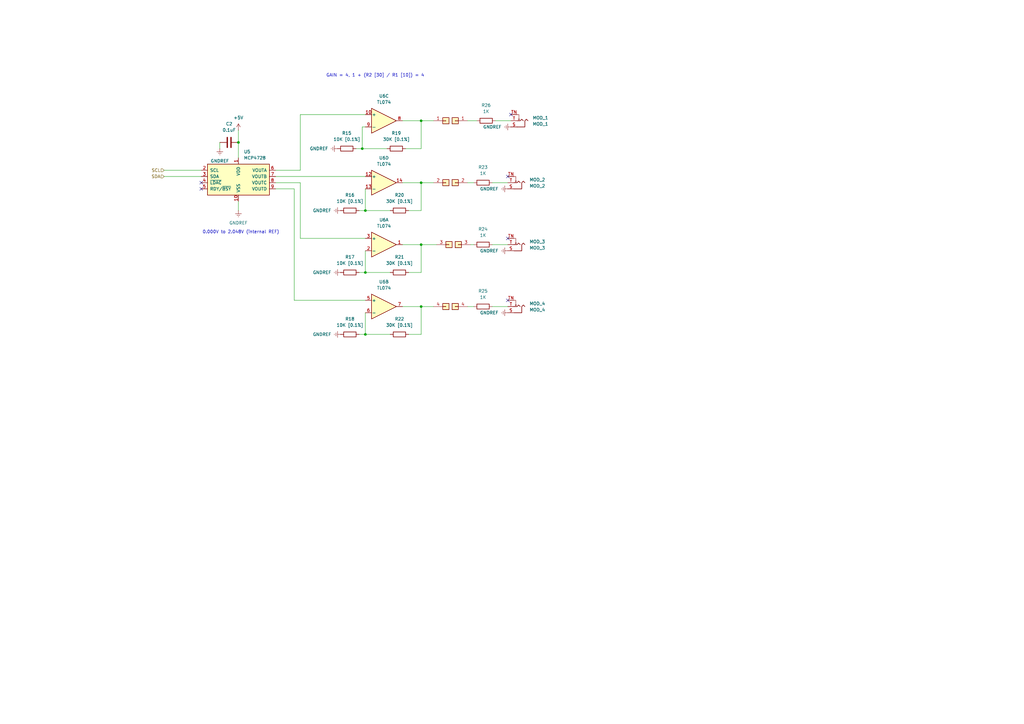
<source format=kicad_sch>
(kicad_sch (version 20231120) (generator "eeschema") (generator_version "8.0")
  (paper "A3")
  (title_block (title "midas_mod-wheel") (date "2024-10-20") (rev "1") (company "Lentronics"))
  (lib_symbols
    (symbol "Amplifier_Operational:TL074" (pin_names (offset 0.127))
      (property "Reference" "U" (at 0 5.08 0))
      (property "Value" "TL074" (at 0 -5.08 0))
      (symbol "TL074_1_1"
        (polyline (pts (xy -5.08 5.08) (xy 5.08 0) (xy -5.08 -5.08) (xy -5.08 5.08)) (stroke (width 0.254)) (fill (type background)))
        (pin output line (at 7.62 0 180) (length 2.54) (name "~") (number "1"))
        (pin input line (at -7.62 -2.54 0) (length 2.54) (name "-") (number "2"))
        (pin input line (at -7.62 2.54 0) (length 2.54) (name "+") (number "3"))
      )
      (symbol "TL074_2_1"
        (polyline (pts (xy -5.08 5.08) (xy 5.08 0) (xy -5.08 -5.08) (xy -5.08 5.08)) (stroke (width 0.254)) (fill (type background)))
        (pin input line (at -7.62 2.54 0) (length 2.54) (name "+") (number "5"))
        (pin input line (at -7.62 -2.54 0) (length 2.54) (name "-") (number "6"))
        (pin output line (at 7.62 0 180) (length 2.54) (name "~") (number "7"))
      )
      (symbol "TL074_3_1"
        (polyline (pts (xy -5.08 5.08) (xy 5.08 0) (xy -5.08 -5.08) (xy -5.08 5.08)) (stroke (width 0.254)) (fill (type background)))
        (pin input line (at -7.62 2.54 0) (length 2.54) (name "+") (number "10"))
        (pin output line (at 7.62 0 180) (length 2.54) (name "~") (number "8"))
        (pin input line (at -7.62 -2.54 0) (length 2.54) (name "-") (number "9"))
      )
      (symbol "TL074_4_1"
        (polyline (pts (xy -5.08 5.08) (xy 5.08 0) (xy -5.08 -5.08) (xy -5.08 5.08)) (stroke (width 0.254)) (fill (type background)))
        (pin input line (at -7.62 2.54 0) (length 2.54) (name "+") (number "12"))
        (pin input line (at -7.62 -2.54 0) (length 2.54) (name "-") (number "13"))
        (pin output line (at 7.62 0 180) (length 2.54) (name "~") (number "14"))
      )
      (symbol "TL074_5_1"
        (pin power_in line (at -2.54 -7.62 90) (length 3.81) (name "V-") (number "11"))
        (pin power_in line (at -2.54 7.62 270) (length 3.81) (name "V+") (number "4"))
      )
    )
    (symbol "Analog_DAC:MCP4728" (pin_names (offset 1.016))
      (property "Reference" "U" (at -12.7 6.35 0))
      (property "Value" "MCP4728" (at 12.7 6.35 0))
      (symbol "MCP4728_0_1"
        (rectangle (start -12.7 5.08) (end 12.7 -7.62) (stroke (width 0.254)) (fill (type background)))
      )
      (symbol "MCP4728_1_1"
        (pin power_in line (at 0 7.62 270) (length 2.54) (name "VDD") (number "1"))
        (pin power_in line (at 0 -10.16 90) (length 2.54) (name "VSS") (number "10"))
        (pin input line (at -15.24 2.54 0) (length 2.54) (name "SCL") (number "2"))
        (pin bidirectional line (at -15.24 0 0) (length 2.54) (name "SDA") (number "3"))
        (pin input line (at -15.24 -2.54 0) (length 2.54) (name "~{LDAC}") (number "4"))
        (pin output line (at -15.24 -5.08 0) (length 2.54) (name "RDY/~{BSY}") (number "5"))
        (pin output line (at 15.24 2.54 180) (length 2.54) (name "VOUTA") (number "6"))
        (pin output line (at 15.24 0 180) (length 2.54) (name "VOUTB") (number "7"))
        (pin output line (at 15.24 -2.54 180) (length 2.54) (name "VOUTC") (number "8"))
        (pin output line (at 15.24 -5.08 180) (length 2.54) (name "VOUTD") (number "9"))
      )
    )
    (symbol "Device:C" (pin_numbers hide) (pin_names (offset 0.254))
      (property "Reference" "C" (at 0.635 2.54 0))
      (property "Value" "C" (at 0.635 -2.54 0))
      (symbol "C_0_1"
        (polyline (pts (xy -2.032 -0.762) (xy 2.032 -0.762)) (stroke (width 0.508)))
        (polyline (pts (xy -2.032 0.762) (xy 2.032 0.762)) (stroke (width 0.508)))
      )
      (symbol "C_1_1"
        (pin passive line (at 0 3.81 270) (length 2.794) (name "~") (number "1"))
        (pin passive line (at 0 -3.81 90) (length 2.794) (name "~") (number "2"))
      )
    )
    (symbol "Device:R" (pin_numbers hide) (pin_names (offset 0))
      (property "Reference" "R" (at 2.032 0 90))
      (property "Value" "R" (at 0 0 90))
      (symbol "R_0_1"
        (rectangle (start -1.016 -2.54) (end 1.016 2.54) (stroke (width 0.254)))
      )
      (symbol "R_1_1"
        (pin passive line (at 0 3.81 270) (length 1.27) (name "~") (number "1"))
        (pin passive line (at 0 -3.81 90) (length 1.27) (name "~") (number "2"))
      )
    )
    (symbol "power:+5V" (power) (pin_numbers hide) (pin_names (offset 0) hide)
      (property "Value" "+5V" (at 0 3.556 0))
      (symbol "+5V_0_1"
        (polyline (pts (xy -0.762 1.27) (xy 0 2.54)))
        (polyline (pts (xy 0 0) (xy 0 2.54)))
        (polyline (pts (xy 0 2.54) (xy 0.762 1.27)))
      )
      (symbol "+5V_1_1"
        (pin power_in line (at 0 0 90) (length 0) (name "~") (number "1"))
      )
    )
    (symbol "power:GNDREF" (power) (pin_numbers hide) (pin_names (offset 0) hide)
      (property "Value" "GNDREF" (at 0 -3.81 0))
      (symbol "GNDREF_0_1"
        (polyline (pts (xy -0.635 -1.905) (xy 0.635 -1.905)))
        (polyline (pts (xy -0.127 -2.54) (xy 0.127 -2.54)))
        (polyline (pts (xy 0 -1.27) (xy 0 0)))
        (polyline (pts (xy 1.27 -1.27) (xy -1.27 -1.27)))
      )
      (symbol "GNDREF_1_1"
        (pin power_in line (at 0 0 270) (length 0) (name "~") (number "1"))
      )
    )
    (symbol "synth:AudioJack_Mono_3.5mm"
      (property "Reference" "J" (at 0 8.89 0))
      (property "Value" "AudioJack_Mono_3.5mm" (at 0 6.35 0))
      (symbol "AudioJack_Mono_3.5mm_0_1"
        (polyline (pts (xy 1.778 -0.254) (xy 2.032 -0.762)))
        (polyline (pts (xy 0 0) (xy 0.635 -0.635) (xy 1.27 0) (xy 2.54 0)) (stroke (width 0.254)))
        (polyline (pts (xy 2.54 -2.54) (xy 1.778 -2.54) (xy 1.778 -0.254) (xy 1.524 -0.762)))
        (polyline (pts (xy 2.54 2.54) (xy -0.635 2.54) (xy -0.635 0) (xy -1.27 -0.635) (xy -1.905 0)) (stroke (width 0.254)))
      )
      (symbol "AudioJack_Mono_3.5mm_1_1"
        (pin passive line (at 5.08 2.54 180) (length 2.54) (name "~") (number "S"))
        (pin passive line (at 5.08 0 180) (length 2.54) (name "~") (number "T"))
        (pin passive line (at 5.08 -2.54 180) (length 2.54) (name "~") (number "TN"))
      )
    )
    (symbol "synth:PinHeader_01x04" (pin_names (offset 1.016) hide)
      (property "Reference" "H" (at 0 2.54 0))
      (property "Value" "PinHeader_01x04" (at 0 -2.54 0))
      (symbol "PinHeader_01x04_1_1"
        (rectangle (start -1.27 0.127) (end 0 -0.127) (stroke (width 0.1524)))
        (rectangle (start -1.27 1.27) (end 1.27 -1.27) (stroke (width 0.254)) (fill (type background)))
        (pin passive line (at -5.08 0 0) (length 3.81) (name "Pin_1") (number "1"))
      )
      (symbol "PinHeader_01x04_2_1"
        (rectangle (start -1.27 0.127) (end 0 -0.127) (stroke (width 0.1524)))
        (rectangle (start -1.27 1.27) (end 1.27 -1.27) (stroke (width 0.254)) (fill (type background)))
        (pin passive line (at -5.08 0 0) (length 3.81) (name "Pin_2") (number "2"))
      )
      (symbol "PinHeader_01x04_3_1"
        (rectangle (start -1.27 0.127) (end 0 -0.127) (stroke (width 0.1524)))
        (rectangle (start -1.27 1.27) (end 1.27 -1.27) (stroke (width 0.254)) (fill (type background)))
        (pin passive line (at -5.08 0 0) (length 3.81) (name "Pin_3") (number "3"))
      )
      (symbol "PinHeader_01x04_4_1"
        (rectangle (start -1.27 0.127) (end 0 -0.127) (stroke (width 0.1524)))
        (rectangle (start -1.27 1.27) (end 1.27 -1.27) (stroke (width 0.254)) (fill (type background)))
        (pin passive line (at -5.08 0 0) (length 3.81) (name "Pin_4") (number "4"))
      )
    )
    (symbol "synth:PinSocket_01x04" (pin_names (offset 1.016) hide)
      (property "Reference" "H" (at 0 2.54 0))
      (property "Value" "PinSocket_01x04" (at 0 -2.54 0))
      (symbol "PinSocket_01x04_1_1"
        (rectangle (start -1.27 0.127) (end 0 -0.127) (stroke (width 0.1524)))
        (rectangle (start -1.27 1.27) (end 1.27 -1.27) (stroke (width 0.254)) (fill (type background)))
        (pin passive line (at -5.08 0 0) (length 3.81) (name "Pin_1") (number "1"))
      )
      (symbol "PinSocket_01x04_2_1"
        (rectangle (start -1.27 0.127) (end 0 -0.127) (stroke (width 0.1524)))
        (rectangle (start -1.27 1.27) (end 1.27 -1.27) (stroke (width 0.254)) (fill (type background)))
        (pin passive line (at -5.08 0 0) (length 3.81) (name "Pin_2") (number "2"))
      )
      (symbol "PinSocket_01x04_3_1"
        (rectangle (start -1.27 0.127) (end 0 -0.127) (stroke (width 0.1524)))
        (rectangle (start -1.27 1.27) (end 1.27 -1.27) (stroke (width 0.254)) (fill (type background)))
        (pin passive line (at -5.08 0 0) (length 3.81) (name "Pin_3") (number "3"))
      )
      (symbol "PinSocket_01x04_4_1"
        (rectangle (start -1.27 0.127) (end 0 -0.127) (stroke (width 0.1524)))
        (rectangle (start -1.27 1.27) (end 1.27 -1.27) (stroke (width 0.254)) (fill (type background)))
        (pin passive line (at -5.08 0 0) (length 3.81) (name "Pin_4") (number "4"))
      )
    )
  )
  (junction (at 172.72 49.53))
  (junction (at 149.86 86.36))
  (junction (at 149.86 137.16))
  (junction (at 97.79 58.42))
  (junction (at 172.72 74.93))
  (junction (at 172.72 100.33))
  (junction (at 149.86 111.76))
  (junction (at 148.59 60.96))
  (junction (at 172.72 125.73))
  (no_connect (at 209.55 46.99))
  (no_connect (at 208.28 72.39))
  (no_connect (at 208.28 97.79))
  (no_connect (at 82.55 77.47))
  (no_connect (at 208.28 123.19))
  (no_connect (at 82.55 74.93))
  (wire (pts (xy 172.72 60.96) (xy 166.37 60.96)))
  (wire (pts (xy 113.03 72.39) (xy 149.86 72.39)))
  (wire (pts (xy 201.93 74.93) (xy 208.28 74.93)))
  (wire (pts (xy 191.77 49.53) (xy 195.58 49.53)))
  (wire (pts (xy 172.72 111.76) (xy 167.64 111.76)))
  (wire (pts (xy 149.86 111.76) (xy 160.02 111.76)))
  (wire (pts (xy 97.79 58.42) (xy 97.79 64.77)))
  (wire (pts (xy 113.03 74.93) (xy 123.19 74.93)))
  (wire (pts (xy 165.1 100.33) (xy 172.72 100.33)))
  (wire (pts (xy 172.72 125.73) (xy 177.8 125.73)))
  (wire (pts (xy 172.72 125.73) (xy 172.72 137.16)))
  (wire (pts (xy 148.59 52.07) (xy 149.86 52.07)))
  (wire (pts (xy 165.1 125.73) (xy 172.72 125.73)))
  (wire (pts (xy 149.86 137.16) (xy 160.02 137.16)))
  (wire (pts (xy 203.2 49.53) (xy 209.55 49.53)))
  (wire (pts (xy 90.17 58.42) (xy 90.17 60.96)))
  (wire (pts (xy 148.59 60.96) (xy 148.59 52.07)))
  (wire (pts (xy 123.19 69.85) (xy 123.19 46.99)))
  (wire (pts (xy 120.65 77.47) (xy 120.65 123.19)))
  (wire (pts (xy 147.32 111.76) (xy 149.86 111.76)))
  (wire (pts (xy 146.05 60.96) (xy 148.59 60.96)))
  (wire (pts (xy 191.77 74.93) (xy 194.31 74.93)))
  (wire (pts (xy 120.65 123.19) (xy 149.86 123.19)))
  (wire (pts (xy 123.19 97.79) (xy 149.86 97.79)))
  (wire (pts (xy 148.59 60.96) (xy 158.75 60.96)))
  (wire (pts (xy 149.86 111.76) (xy 149.86 102.87)))
  (wire (pts (xy 123.19 74.93) (xy 123.19 97.79)))
  (wire (pts (xy 172.72 74.93) (xy 177.8 74.93)))
  (wire (pts (xy 172.72 86.36) (xy 167.64 86.36)))
  (wire (pts (xy 149.86 86.36) (xy 149.86 77.47)))
  (wire (pts (xy 172.72 137.16) (xy 167.64 137.16)))
  (wire (pts (xy 149.86 86.36) (xy 160.02 86.36)))
  (wire (pts (xy 165.1 74.93) (xy 172.72 74.93)))
  (wire (pts (xy 201.93 125.73) (xy 208.28 125.73)))
  (wire (pts (xy 67.31 72.39) (xy 82.55 72.39)))
  (wire (pts (xy 113.03 77.47) (xy 120.65 77.47)))
  (wire (pts (xy 97.79 53.34) (xy 97.79 58.42)))
  (wire (pts (xy 97.79 86.36) (xy 97.79 82.55)))
  (wire (pts (xy 172.72 100.33) (xy 172.72 111.76)))
  (wire (pts (xy 201.93 100.33) (xy 208.28 100.33)))
  (wire (pts (xy 165.1 49.53) (xy 172.72 49.53)))
  (wire (pts (xy 172.72 49.53) (xy 177.8 49.53)))
  (wire (pts (xy 147.32 137.16) (xy 149.86 137.16)))
  (wire (pts (xy 172.72 49.53) (xy 172.72 60.96)))
  (wire (pts (xy 147.32 86.36) (xy 149.86 86.36)))
  (wire (pts (xy 191.77 125.73) (xy 194.31 125.73)))
  (wire (pts (xy 193.04 100.33) (xy 194.31 100.33)))
  (wire (pts (xy 67.31 69.85) (xy 82.55 69.85)))
  (wire (pts (xy 113.03 69.85) (xy 123.19 69.85)))
  (wire (pts (xy 172.72 100.33) (xy 179.07 100.33)))
  (wire (pts (xy 149.86 137.16) (xy 149.86 128.27)))
  (wire (pts (xy 172.72 74.93) (xy 172.72 86.36)))
  (wire (pts (xy 123.19 46.99) (xy 149.86 46.99)))
  (text "GAIN = 4, 1 + (R2 [30] / R1 [10]) = 4" (at 153.924 30.988 0) (effects (font (size 1.27 1.27))))
  (text "0.000V to 2.048V (internal REF)" (at 98.806 95.25 0) (effects (font (size 1.27 1.27))))
  (hierarchical_label "SDA" (shape input) (at 67.31 72.39 180))
  (hierarchical_label "SCL" (shape input) (at 67.31 69.85 180))
  (symbol (lib_id "synth:PinSocket_01x04") (at 184.15 100.33 0) (unit 3)
    (property "Reference" "H5" (effects (hide yes)))
    (property "Value" "PinSocket_01x04" (effects (hide yes)))
    (property "Footprint" "Synth:PinSocket_1x04_P2.54mm_Vertical" (effects (hide yes)))
    (property "Description" "Generic connector, single row, 01x01, script generated (kicad-library-utils/schlib/autogen/connector/)" (effects (hide yes)))
  )
  (symbol (lib_id "Device:R") (at 199.39 49.53 90) (unit 1)
    (property "Reference" "R26" (at 199.39 43.18 90))
    (property "Value" "1K" (at 199.39 45.72 90))
    (property "Footprint" "Resistor_SMD:R_0805_2012Metric_Pad1.20x1.40mm_HandSolder" (effects (hide yes)))
    (property "Description" "Resistor" (effects (hide yes)))
  )
  (symbol (lib_id "power:GNDREF") (at 208.28 128.27 270) (unit 1)
    (property "Reference" "#PWR030" (effects (hide yes)))
    (property "Value" "GNDREF" (at 204.47 128.2699 90) (effects (justify right)))
    (property "Description" "Power symbol creates a global label with name \"GNDREF\" , reference supply ground" (effects (hide yes)))
  )
  (symbol (lib_id "synth:PinSocket_01x04") (at 182.88 125.73 0) (unit 4)
    (property "Reference" "H5" (effects (hide yes)))
    (property "Value" "PinSocket_01x04" (effects (hide yes)))
    (property "Footprint" "Synth:PinSocket_1x04_P2.54mm_Vertical" (effects (hide yes)))
    (property "Description" "Generic connector, single row, 01x01, script generated (kicad-library-utils/schlib/autogen/connector/)" (effects (hide yes)))
  )
  (symbol (lib_id "synth:AudioJack_Mono_3.5mm") (at 214.63 49.53 180) (unit 1)
    (property "Reference" "MOD_1" (at 218.44 48.3234 0) (effects (justify right)))
    (property "Value" "MOD_1" (at 218.44 50.8634 0) (effects (justify right)))
    (property "Footprint" "Synth:Jack_3.5mm_QingPu_WQP-PJ398SM_Vertical_CircularHoles" (effects (hide yes)))
    (property "Description" "Audio Jack, 2 Poles (Mono / TS), Switched T Pole (Normalling)" (effects (hide yes)))
  )
  (symbol (lib_id "power:GNDREF") (at 208.28 77.47 270) (unit 1)
    (property "Reference" "#PWR028" (effects (hide yes)))
    (property "Value" "GNDREF" (at 204.47 77.4699 90) (effects (justify right)))
    (property "Description" "Power symbol creates a global label with name \"GNDREF\" , reference supply ground" (effects (hide yes)))
  )
  (symbol (lib_id "Device:R") (at 163.83 86.36 90) (unit 1)
    (property "Reference" "R20" (at 163.83 80.01 90))
    (property "Value" "30K [0.1%]" (at 163.83 82.55 90))
    (property "Footprint" "Resistor_SMD:R_0805_2012Metric_Pad1.20x1.40mm_HandSolder" (effects (hide yes)))
    (property "Description" "Resistor" (effects (hide yes)))
  )
  (symbol (lib_id "synth:PinHeader_01x04") (at 186.69 125.73 180) (unit 4)
    (property "Reference" "H6" (effects (hide yes)))
    (property "Value" "PinHeader_01x04" (effects (hide yes)))
    (property "Footprint" "Synth:PinHeader_1x04_P2.54mm_Vertical" (effects (hide yes)))
    (property "Description" "Generic connector, single row, 01x01, script generated (kicad-library-utils/schlib/autogen/connector/)" (effects (hide yes)))
  )
  (symbol (lib_id "synth:PinHeader_01x04") (at 186.69 74.93 180) (unit 2)
    (property "Reference" "H6" (effects (hide yes)))
    (property "Value" "PinHeader_01x04" (effects (hide yes)))
    (property "Footprint" "Synth:PinHeader_1x04_P2.54mm_Vertical" (effects (hide yes)))
    (property "Description" "Generic connector, single row, 01x01, script generated (kicad-library-utils/schlib/autogen/connector/)" (effects (hide yes)))
  )
  (symbol (lib_id "power:GNDREF") (at 209.55 52.07 270) (unit 1)
    (property "Reference" "#PWR031" (effects (hide yes)))
    (property "Value" "GNDREF" (at 205.74 52.0699 90) (effects (justify right)))
    (property "Description" "Power symbol creates a global label with name \"GNDREF\" , reference supply ground" (effects (hide yes)))
  )
  (symbol (lib_id "synth:AudioJack_Mono_3.5mm") (at 213.36 74.93 180) (unit 1)
    (property "Reference" "MOD_2" (at 217.17 73.7234 0) (effects (justify right)))
    (property "Value" "MOD_2" (at 217.17 76.2634 0) (effects (justify right)))
    (property "Footprint" "Synth:Jack_3.5mm_QingPu_WQP-PJ398SM_Vertical_CircularHoles" (effects (hide yes)))
    (property "Description" "Audio Jack, 2 Poles (Mono / TS), Switched T Pole (Normalling)" (effects (hide yes)))
  )
  (symbol (lib_id "Device:R") (at 163.83 137.16 90) (unit 1)
    (property "Reference" "R22" (at 163.83 130.81 90))
    (property "Value" "30K [0.1%]" (at 163.83 133.35 90))
    (property "Footprint" "Resistor_SMD:R_0805_2012Metric_Pad1.20x1.40mm_HandSolder" (effects (hide yes)))
    (property "Description" "Resistor" (effects (hide yes)))
  )
  (symbol (lib_id "Device:R") (at 143.51 137.16 90) (unit 1)
    (property "Reference" "R18" (at 143.51 130.81 90))
    (property "Value" "10K [0.1%]" (at 143.51 133.35 90))
    (property "Footprint" "Resistor_SMD:R_0805_2012Metric_Pad1.20x1.40mm_HandSolder" (effects (hide yes)))
    (property "Description" "Resistor" (effects (hide yes)))
  )
  (symbol (lib_id "power:GNDREF") (at 139.7 86.36 270) (unit 1)
    (property "Reference" "#PWR025" (effects (hide yes)))
    (property "Value" "GNDREF" (at 135.89 86.3599 90) (effects (justify right)))
    (property "Description" "Power symbol creates a global label with name \"GNDREF\" , reference supply ground" (effects (hide yes)))
  )
  (symbol (lib_id "Device:C") (at 93.98 58.42 90) (unit 1)
    (property "Reference" "C2" (at 93.98 50.8 90))
    (property "Value" "0.1uF" (at 93.98 53.34 90))
    (property "Footprint" "Capacitor_SMD:C_0805_2012Metric_Pad1.18x1.45mm_HandSolder" (effects (hide yes)))
    (property "Description" "Unpolarized capacitor" (effects (hide yes)))
  )
  (symbol (lib_id "synth:PinHeader_01x04") (at 186.69 49.53 180) (unit 1)
    (property "Reference" "H6" (effects (hide yes)))
    (property "Value" "PinHeader_01x04" (effects (hide yes)))
    (property "Footprint" "Synth:PinHeader_1x04_P2.54mm_Vertical" (effects (hide yes)))
    (property "Description" "Generic connector, single row, 01x01, script generated (kicad-library-utils/schlib/autogen/connector/)" (effects (hide yes)))
  )
  (symbol (lib_id "Device:R") (at 142.24 60.96 90) (unit 1)
    (property "Reference" "R15" (at 142.24 54.61 90))
    (property "Value" "10K [0.1%]" (at 142.24 57.15 90))
    (property "Footprint" "Resistor_SMD:R_0805_2012Metric_Pad1.20x1.40mm_HandSolder" (effects (hide yes)))
    (property "Description" "Resistor" (effects (hide yes)))
  )
  (symbol (lib_id "Amplifier_Operational:TL074") (at 157.48 125.73 0) (unit 2)
    (property "Reference" "U6" (at 157.48 115.57 0))
    (property "Value" "TL074" (at 157.48 118.11 0))
    (property "Footprint" "Package_SO:SOIC-14_3.9x8.7mm_P1.27mm" (effects (hide yes)))
    (property "Datasheet" "http://www.ti.com/lit/ds/symlink/tl071.pdf" (effects (hide yes)))
    (property "Description" "Quad Low-Noise JFET-Input Operational Amplifiers, DIP-14/SOIC-14" (effects (hide yes)))
  )
  (symbol (lib_id "synth:PinSocket_01x04") (at 182.88 49.53 0) (unit 1)
    (property "Reference" "H5" (effects (hide yes)))
    (property "Value" "PinSocket_01x04" (effects (hide yes)))
    (property "Footprint" "Synth:PinSocket_1x04_P2.54mm_Vertical" (effects (hide yes)))
    (property "Description" "Generic connector, single row, 01x01, script generated (kicad-library-utils/schlib/autogen/connector/)" (effects (hide yes)))
  )
  (symbol (lib_id "power:GNDREF") (at 208.28 102.87 270) (unit 1)
    (property "Reference" "#PWR029" (effects (hide yes)))
    (property "Value" "GNDREF" (at 204.47 102.8699 90) (effects (justify right)))
    (property "Description" "Power symbol creates a global label with name \"GNDREF\" , reference supply ground" (effects (hide yes)))
  )
  (symbol (lib_id "synth:PinHeader_01x04") (at 187.96 100.33 180) (unit 3)
    (property "Reference" "H6" (effects (hide yes)))
    (property "Value" "PinHeader_01x04" (effects (hide yes)))
    (property "Footprint" "Synth:PinHeader_1x04_P2.54mm_Vertical" (effects (hide yes)))
    (property "Description" "Generic connector, single row, 01x01, script generated (kicad-library-utils/schlib/autogen/connector/)" (effects (hide yes)))
  )
  (symbol (lib_id "Analog_DAC:MCP4728") (at 97.79 72.39 0) (unit 1)
    (property "Reference" "U5" (at 99.9841 62.23 0) (effects (justify left)))
    (property "Value" "MCP4728" (at 99.9841 64.77 0) (effects (justify left)))
    (property "Footprint" "Package_SO:MSOP-10_3x3mm_P0.5mm" (effects (hide yes)))
    (property "Datasheet" "http://ww1.microchip.com/downloads/en/DeviceDoc/22187E.pdf" (effects (hide yes)))
    (property "Description" "12-bit digital to analog converter, quad output, 2.048V internal reference, integrated EEPROM, I2C interface" (effects (hide yes)))
  )
  (symbol (lib_id "Amplifier_Operational:TL074") (at 157.48 74.93 0) (unit 4)
    (property "Reference" "U6" (at 157.48 64.77 0))
    (property "Value" "TL074" (at 157.48 67.31 0))
    (property "Footprint" "Package_SO:SOIC-14_3.9x8.7mm_P1.27mm" (effects (hide yes)))
    (property "Datasheet" "http://www.ti.com/lit/ds/symlink/tl071.pdf" (effects (hide yes)))
    (property "Description" "Quad Low-Noise JFET-Input Operational Amplifiers, DIP-14/SOIC-14" (effects (hide yes)))
  )
  (symbol (lib_id "Device:R") (at 198.12 125.73 90) (unit 1)
    (property "Reference" "R25" (at 198.12 119.38 90))
    (property "Value" "1K" (at 198.12 121.92 90))
    (property "Footprint" "Resistor_SMD:R_0805_2012Metric_Pad1.20x1.40mm_HandSolder" (effects (hide yes)))
    (property "Description" "Resistor" (effects (hide yes)))
  )
  (symbol (lib_id "synth:AudioJack_Mono_3.5mm") (at 213.36 100.33 180) (unit 1)
    (property "Reference" "MOD_3" (at 217.17 99.1234 0) (effects (justify right)))
    (property "Value" "MOD_3" (at 217.17 101.6634 0) (effects (justify right)))
    (property "Footprint" "Synth:Jack_3.5mm_QingPu_WQP-PJ398SM_Vertical_CircularHoles" (effects (hide yes)))
    (property "Description" "Audio Jack, 2 Poles (Mono / TS), Switched T Pole (Normalling)" (effects (hide yes)))
  )
  (symbol (lib_id "power:GNDREF") (at 90.17 60.96 0) (unit 1)
    (property "Reference" "#PWR021" (effects (hide yes)))
    (property "Value" "GNDREF" (at 90.17 66.04 0))
    (property "Description" "Power symbol creates a global label with name \"GNDREF\" , reference supply ground" (effects (hide yes)))
  )
  (symbol (lib_id "Amplifier_Operational:TL074") (at 157.48 100.33 0) (unit 1)
    (property "Reference" "U6" (at 157.48 90.17 0))
    (property "Value" "TL074" (at 157.48 92.71 0))
    (property "Footprint" "Package_SO:SOIC-14_3.9x8.7mm_P1.27mm" (effects (hide yes)))
    (property "Datasheet" "http://www.ti.com/lit/ds/symlink/tl071.pdf" (effects (hide yes)))
    (property "Description" "Quad Low-Noise JFET-Input Operational Amplifiers, DIP-14/SOIC-14" (effects (hide yes)))
  )
  (symbol (lib_id "power:GNDREF") (at 139.7 137.16 270) (unit 1)
    (property "Reference" "#PWR027" (effects (hide yes)))
    (property "Value" "GNDREF" (at 135.89 137.1599 90) (effects (justify right)))
    (property "Description" "Power symbol creates a global label with name \"GNDREF\" , reference supply ground" (effects (hide yes)))
  )
  (symbol (lib_id "power:+5V") (at 97.79 53.34 0) (unit 1)
    (property "Reference" "#PWR022" (effects (hide yes)))
    (property "Value" "+5V" (at 97.79 48.26 0))
    (property "Description" "Power symbol creates a global label with name \"+5V\"" (effects (hide yes)))
  )
  (symbol (lib_id "synth:AudioJack_Mono_3.5mm") (at 213.36 125.73 180) (unit 1)
    (property "Reference" "MOD_4" (at 217.17 124.5234 0) (effects (justify right)))
    (property "Value" "MOD_4" (at 217.17 127.0634 0) (effects (justify right)))
    (property "Footprint" "Synth:Jack_3.5mm_QingPu_WQP-PJ398SM_Vertical_CircularHoles" (effects (hide yes)))
    (property "Description" "Audio Jack, 2 Poles (Mono / TS), Switched T Pole (Normalling)" (effects (hide yes)))
  )
  (symbol (lib_id "Device:R") (at 198.12 74.93 90) (unit 1)
    (property "Reference" "R23" (at 198.12 68.58 90))
    (property "Value" "1K" (at 198.12 71.12 90))
    (property "Footprint" "Resistor_SMD:R_0805_2012Metric_Pad1.20x1.40mm_HandSolder" (effects (hide yes)))
    (property "Description" "Resistor" (effects (hide yes)))
  )
  (symbol (lib_id "power:GNDREF") (at 138.43 60.96 270) (unit 1)
    (property "Reference" "#PWR024" (effects (hide yes)))
    (property "Value" "GNDREF" (at 134.62 60.9599 90) (effects (justify right)))
    (property "Description" "Power symbol creates a global label with name \"GNDREF\" , reference supply ground" (effects (hide yes)))
  )
  (symbol (lib_id "synth:PinSocket_01x04") (at 182.88 74.93 0) (unit 2)
    (property "Reference" "H5" (effects (hide yes)))
    (property "Value" "PinSocket_01x04" (effects (hide yes)))
    (property "Footprint" "Synth:PinSocket_1x04_P2.54mm_Vertical" (effects (hide yes)))
    (property "Description" "Generic connector, single row, 01x01, script generated (kicad-library-utils/schlib/autogen/connector/)" (effects (hide yes)))
  )
  (symbol (lib_id "Device:R") (at 163.83 111.76 90) (unit 1)
    (property "Reference" "R21" (at 163.83 105.41 90))
    (property "Value" "30K [0.1%]" (at 163.83 107.95 90))
    (property "Footprint" "Resistor_SMD:R_0805_2012Metric_Pad1.20x1.40mm_HandSolder" (effects (hide yes)))
    (property "Description" "Resistor" (effects (hide yes)))
  )
  (symbol (lib_id "Device:R") (at 162.56 60.96 90) (unit 1)
    (property "Reference" "R19" (at 162.56 54.61 90))
    (property "Value" "30K [0.1%]" (at 162.56 57.15 90))
    (property "Footprint" "Resistor_SMD:R_0805_2012Metric_Pad1.20x1.40mm_HandSolder" (effects (hide yes)))
    (property "Description" "Resistor" (effects (hide yes)))
  )
  (symbol (lib_id "Amplifier_Operational:TL074") (at 157.48 49.53 0) (unit 3)
    (property "Reference" "U6" (at 157.48 39.37 0))
    (property "Value" "TL074" (at 157.48 41.91 0))
    (property "Footprint" "Package_SO:SOIC-14_3.9x8.7mm_P1.27mm" (effects (hide yes)))
    (property "Datasheet" "http://www.ti.com/lit/ds/symlink/tl071.pdf" (effects (hide yes)))
    (property "Description" "Quad Low-Noise JFET-Input Operational Amplifiers, DIP-14/SOIC-14" (effects (hide yes)))
  )
  (symbol (lib_id "power:GNDREF") (at 139.7 111.76 270) (unit 1)
    (property "Reference" "#PWR026" (effects (hide yes)))
    (property "Value" "GNDREF" (at 135.89 111.7599 90) (effects (justify right)))
    (property "Description" "Power symbol creates a global label with name \"GNDREF\" , reference supply ground" (effects (hide yes)))
  )
  (symbol (lib_id "Device:R") (at 143.51 111.76 90) (unit 1)
    (property "Reference" "R17" (at 143.51 105.41 90))
    (property "Value" "10K [0.1%]" (at 143.51 107.95 90))
    (property "Footprint" "Resistor_SMD:R_0805_2012Metric_Pad1.20x1.40mm_HandSolder" (effects (hide yes)))
    (property "Description" "Resistor" (effects (hide yes)))
  )
  (symbol (lib_id "Device:R") (at 143.51 86.36 90) (unit 1)
    (property "Reference" "R16" (at 143.51 80.01 90))
    (property "Value" "10K [0.1%]" (at 143.51 82.55 90))
    (property "Footprint" "Resistor_SMD:R_0805_2012Metric_Pad1.20x1.40mm_HandSolder" (effects (hide yes)))
    (property "Description" "Resistor" (effects (hide yes)))
  )
  (symbol (lib_id "Device:R") (at 198.12 100.33 90) (unit 1)
    (property "Reference" "R24" (at 198.12 93.98 90))
    (property "Value" "1K" (at 198.12 96.52 90))
    (property "Footprint" "Resistor_SMD:R_0805_2012Metric_Pad1.20x1.40mm_HandSolder" (effects (hide yes)))
    (property "Description" "Resistor" (effects (hide yes)))
  )
  (symbol (lib_id "power:GNDREF") (at 97.79 86.36 0) (unit 1)
    (property "Reference" "#PWR023" (effects (hide yes)))
    (property "Value" "GNDREF" (at 97.79 91.44 0))
    (property "Description" "Power symbol creates a global label with name \"GNDREF\" , reference supply ground" (effects (hide yes)))
  )
)
</source>
